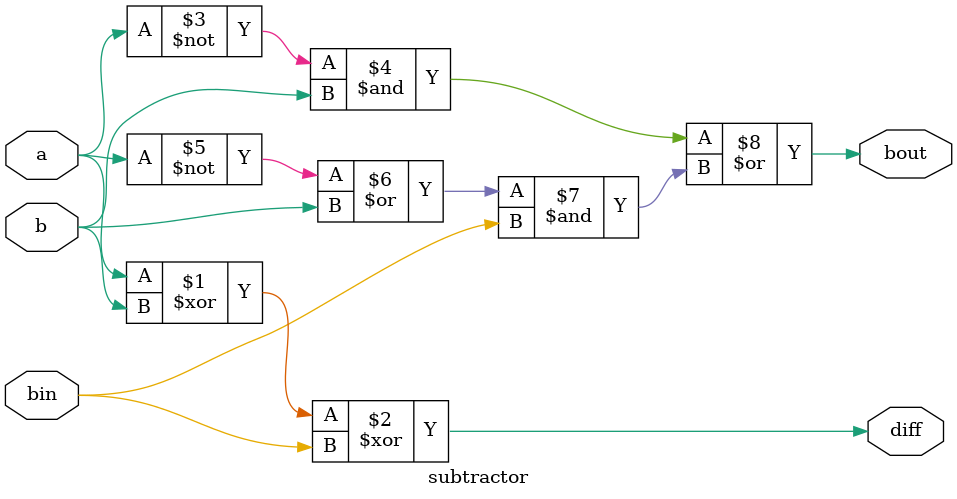
<source format=v>
module subtractor (
    input  wire a,    
    input  wire b,    
    input  wire bin,  
    output wire diff, 
    output wire bout  
);
    
    assign diff = a ^ b ^ bin;       
    assign bout = (~a & b) | ((~a | b) & bin); 
    
endmodule

</source>
